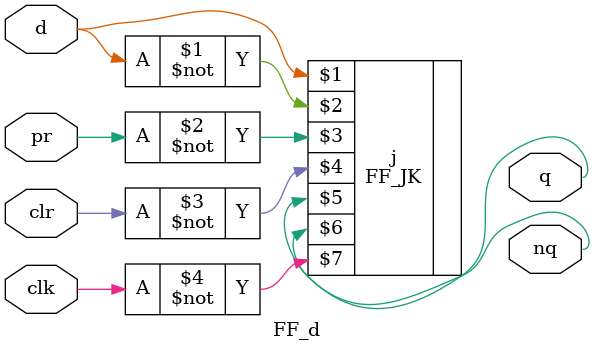
<source format=v>
`include "FF_JK.v"

module FF_d(d,pr,clr,q,nq,clk);
    input d,pr,clr,clk;
    output q,nq;

    FF_JK j(d,~d,~pr,~clr,q,nq,~clk);
endmodule
</source>
